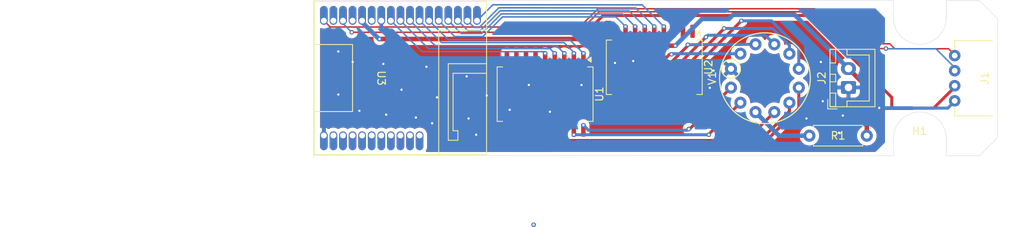
<source format=kicad_pcb>
(kicad_pcb (version 20240108) (generator "pcbnew") (generator_version "8.0")
  (layers (0 "F.Cu" signal) (31 "B.Cu" signal) (34 "B.Paste" user) (35 "F.Paste" user) (36 "B.SilkS" user "B.Silkscreen") (37 "F.SilkS" user "F.Silkscreen") (38 "B.Mask" user) (39 "F.Mask" user) (44 "Edge.Cuts" user))
  (net 0 "")
  (net 1 "Net-(J1-Pin_4)")
  (net 2 "GND")
  (net 3 "+5V")
  (net 4 "Net-(J1-Pin_3)")
  (net 5 "+12V")
  (net 6 "Net-(R1-Pad2)")
  (net 9 "Net-(U1-IN2)")
  (net 10 "Net-(U1-OUT4)")
  (net 11 "Net-(U1-OUT1)")
  (net 13 "Net-(U1-IN1)")
  (net 14 "Net-(U1-OUT2)")
  (net 15 "Net-(U1-IN4)")
  (net 16 "Net-(U1-IN5)")
  (net 17 "Net-(U1-OUT3)")
  (net 18 "Net-(U1-OUT5)")
  (net 22 "Net-(U1-IN3)")
  (net 23 "Net-(U2-OUT7)")
  (net 25 "Net-(U2-IN6)")
  (net 26 "Net-(U2-OUT5)")
  (net 29 "Net-(U2-OUT8)")
  (net 30 "Net-(U2-IN4)")
  (net 32 "Net-(U2-IN5)")
  (net 33 "Net-(U2-OUT6)")
  (net 34 "Net-(U2-OUT4)")
  (net 35 "Net-(U2-IN7)")
  (net 37 "Net-(U2-IN8)")
  (footprint "Connector_JST:JST_XH_B2B-XH-A_1x02_P2.50mm_Vertical" (layer "F.Cu") (at 152.637 96.85 90)
    (property "Reference" "J2" (at 1.25 -3.55 90) (layer "F.SilkS"))
    (property "Value" "Conn_01x02")
    (fp_line (start -1.6 -2.75) (end -2.85 -2.75) (stroke (width 0.12)) (layer "F.SilkS"))
    (fp_line (start -2.85 -2.75) (end -2.85 -1.5) (stroke (width 0.12)) (layer "F.SilkS"))
    (fp_line (start 5.06 -2.46) (end -2.56 -2.46) (stroke (width 0.12)) (layer "F.SilkS"))
    (fp_line (start -2.56 -2.46) (end -2.56 3.51) (stroke (width 0.12)) (layer "F.SilkS"))
    (fp_line (start 5.05 -2.45) (end 3.25 -2.45) (stroke (width 0.12)) (layer "F.SilkS"))
    (fp_line (start 3.25 -2.45) (end 3.25 -1.7) (stroke (width 0.12)) (layer "F.SilkS"))
    (fp_line (start 1.75 -2.45) (end 0.75 -2.45) (stroke (width 0.12)) (layer "F.SilkS"))
    (fp_line (start 0.75 -2.45) (end 0.75 -1.7) (stroke (width 0.12)) (layer "F.SilkS"))
    (fp_line (start -0.75 -2.45) (end -2.55 -2.45) (stroke (width 0.12)) (layer "F.SilkS"))
    (fp_line (start -2.55 -2.45) (end -2.55 -1.7) (stroke (width 0.12)) (layer "F.SilkS"))
    (fp_line (start 5.05 -1.7) (end 5.05 -2.45) (stroke (width 0.12)) (layer "F.SilkS"))
    (fp_line (start 3.25 -1.7) (end 5.05 -1.7) (stroke (width 0.12)) (layer "F.SilkS"))
    (fp_line (start 1.75 -1.7) (end 1.75 -2.45) (stroke (width 0.12)) (layer "F.SilkS"))
    (fp_line (start 0.75 -1.7) (end 1.75 -1.7) (stroke (width 0.12)) (layer "F.SilkS"))
    (fp_line (start -0.75 -1.7) (end -0.75 -2.45) (stroke (width 0.12)) (layer "F.SilkS"))
    (fp_line (start -2.55 -1.7) (end -0.75 -1.7) (stroke (width 0.12)) (layer "F.SilkS"))
    (fp_line (start 5.05 -0.2) (end 4.3 -0.2) (stroke (width 0.12)) (layer "F.SilkS"))
    (fp_line (start 4.3 -0.2) (end 4.3 2.75) (stroke (width 0.12)) (layer "F.SilkS"))
    (fp_line (start -1.8 -0.2) (end -1.8 2.75) (stroke (width 0.12)) (layer "F.SilkS"))
    (fp_line (start -2.55 -0.2) (end -1.8 -0.2) (stroke (width 0.12)) (layer "F.SilkS"))
    (fp_line (start 4.3 2.75) (end 1.25 2.75) (stroke (width 0.12)) (layer "F.SilkS"))
    (fp_line (start -1.8 2.75) (end 1.25 2.75) (stroke (width 0.12)) (layer "F.SilkS"))
    (fp_line (start 5.06 3.51) (end 5.06 -2.46) (stroke (width 0.12)) (layer "F.SilkS"))
    (fp_line (start -2.56 3.51) (end 5.06 3.51) (stroke (width 0.12)) (layer "F.SilkS"))
    (pad "1" thru_hole roundrect (at 0 0 90) (size 1.7 2) (drill 1) (layers "*.Cu" "*.Mask") (roundrect_rratio 0.147059) (net 2 "GND"))
    (pad "2" thru_hole oval (at 2.5 0 90) (size 1.7 2) (drill 1) (layers "*.Cu" "*.Mask") (net 5 "+12V"))
  )
  (footprint "footprints:HY2.0-4P" (layer "F.Cu") (at 171.725 95.625 90)
    (property "Reference" "J1" (at 0 -1 90) (layer "F.SilkS"))
    (property "Value" "Grove I2C")
    (fp_line (start 5 -5) (end 4 -5) (stroke (width 0.12)) (layer "F.SilkS"))
    (fp_line (start 5 -5) (end 5 0) (stroke (width 0.12)) (layer "F.SilkS"))
    (fp_line (start 4 -5) (end 5 -5) (stroke (width 0.12)) (layer "F.SilkS"))
    (fp_line (start -4 -5) (end -5 -5) (stroke (width 0.12)) (layer "F.SilkS"))
    (fp_line (start -5 -5) (end -5 0) (stroke (width 0.12)) (layer "F.SilkS"))
    (pad "1" thru_hole circle (at -3 -5 90) (size 1.524 1.524) (drill 0.762) (layers "*.Cu" "*.Mask") (net 2 "GND"))
    (pad "2" thru_hole circle (at -1 -5 90) (size 1.524 1.524) (drill 0.762) (layers "*.Cu" "*.Mask") (net 3 "+5V"))
    (pad "3" thru_hole circle (at 1 -5 90) (size 1.524 1.524) (drill 0.762) (layers "*.Cu" "*.Mask") (net 4 "Net-(J1-Pin_3)"))
    (pad "4" thru_hole circle (at 3 -5 90) (size 1.524 1.524) (drill 0.762) (layers "*.Cu" "*.Mask") (net 1 "Net-(J1-Pin_4)"))
  )
  (footprint "Package_SO:SOP-18_7x12.5mm_P1.27mm" (layer "F.Cu") (at 126.873 94.175 -90)
    (property "Reference" "U2" (at 0 -7.2 90) (layer "F.SilkS"))
    (property "Value" "TD62783")
    (fp_line (start -3.61 6.36) (end -3.61 5.64) (stroke (width 0.12)) (layer "F.SilkS"))
    (fp_line (start 0 6.36) (end -3.61 6.36) (stroke (width 0.12)) (layer "F.SilkS"))
    (fp_line (start 0 6.36) (end 3.61 6.36) (stroke (width 0.12)) (layer "F.SilkS"))
    (fp_line (start 3.61 6.36) (end 3.61 5.64) (stroke (width 0.12)) (layer "F.SilkS"))
    (fp_line (start -3.61 -6.36) (end -3.61 -5.64) (stroke (width 0.12)) (layer "F.SilkS"))
    (fp_line (start 0 -6.36) (end -3.61 -6.36) (stroke (width 0.12)) (layer "F.SilkS"))
    (fp_line (start 0 -6.36) (end 3.61 -6.36) (stroke (width 0.12)) (layer "F.SilkS"))
    (fp_line (start 3.61 -6.36) (end 3.61 -5.64) (stroke (width 0.12)) (layer "F.SilkS"))
    (fp_poly (pts (xy -4.575 -5.64) (xy -4.915 -6.11) (xy -4.235 -6.11) (xy -4.575 -5.64)) (stroke (width 0.12)) (fill solid) (layer "F.SilkS"))
    (pad "1" smd roundrect (at -4.775 -5.08 270) (size 1.75 0.6) (layers "F.Cu" "F.Paste" "F.Mask"))
    (pad "2" smd roundrect (at -4.775 -3.81 270) (size 1.75 0.6) (layers "F.Cu" "F.Paste" "F.Mask"))
    (pad "3" smd roundrect (at -4.775 -2.54 270) (size 1.75 0.6) (layers "F.Cu" "F.Paste" "F.Mask"))
    (pad "4" smd roundrect (at -4.775 -1.27 270) (size 1.75 0.6) (layers "F.Cu" "F.Paste" "F.Mask") (net 30 "Net-(U2-IN4)"))
    (pad "5" smd roundrect (at -4.775 0 270) (size 1.75 0.6) (layers "F.Cu" "F.Paste" "F.Mask") (net 32 "Net-(U2-IN5)"))
    (pad "6" smd roundrect (at -4.775 1.27 270) (size 1.75 0.6) (layers "F.Cu" "F.Paste" "F.Mask") (net 25 "Net-(U2-IN6)"))
    (pad "7" smd roundrect (at -4.775 2.54 270) (size 1.75 0.6) (layers "F.Cu" "F.Paste" "F.Mask") (net 35 "Net-(U2-IN7)"))
    (pad "8" smd roundrect (at -4.775 3.81 270) (size 1.75 0.6) (layers "F.Cu" "F.Paste" "F.Mask") (net 37 "Net-(U2-IN8)"))
    (pad "9" smd roundrect (at -4.775 5.08 270) (size 1.75 0.6) (layers "F.Cu" "F.Paste" "F.Mask") (net 5 "+12V"))
    (pad "10" smd roundrect (at 4.775 5.08 270) (size 1.75 0.6) (layers "F.Cu" "F.Paste" "F.Mask") (net 2 "GND"))
    (pad "11" smd roundrect (at 4.775 3.81 270) (size 1.75 0.6) (layers "F.Cu" "F.Paste" "F.Mask") (net 29 "Net-(U2-OUT8)"))
    (pad "12" smd roundrect (at 4.775 2.54 270) (size 1.75 0.6) (layers "F.Cu" "F.Paste" "F.Mask") (net 23 "Net-(U2-OUT7)"))
    (pad "13" smd roundrect (at 4.775 1.27 270) (size 1.75 0.6) (layers "F.Cu" "F.Paste" "F.Mask") (net 33 "Net-(U2-OUT6)"))
    (pad "14" smd roundrect (at 4.775 0 270) (size 1.75 0.6) (layers "F.Cu" "F.Paste" "F.Mask") (net 26 "Net-(U2-OUT5)"))
    (pad "15" smd roundrect (at 4.775 -1.27 270) (size 1.75 0.6) (layers "F.Cu" "F.Paste" "F.Mask") (net 34 "Net-(U2-OUT4)"))
    (pad "16" smd roundrect (at 4.775 -2.54 270) (size 1.75 0.6) (layers "F.Cu" "F.Paste" "F.Mask"))
    (pad "17" smd roundrect (at 4.775 -3.81 270) (size 1.75 0.6) (layers "F.Cu" "F.Paste" "F.Mask"))
    (pad "18" smd roundrect (at 4.775 -5.08 270) (size 1.75 0.6) (layers "F.Cu" "F.Paste" "F.Mask"))
  )
  (footprint "footprints:unit_mounting_hole" (layer "F.Cu") (at 162.052 103.131)
    (property "Reference" "H1" (at 0 -0.5 0) (layer "F.SilkS"))
    (property "Value" "M5Unit Screw Hole")
    (pad "" np_thru_hole circle (at 0 -7.5) (size 5.5 5.5) (drill 5.5) (layers "F&B.Cu" "*.Mask"))
  )
  (footprint "Package_SO:SOP-18_7x12.5mm_P1.27mm" (layer "F.Cu") (at 112.395 97.739 -90)
    (property "Reference" "U1" (at 0 -7.2 90) (layer "F.SilkS"))
    (property "Value" "TD62783")
    (fp_line (start -3.61 6.36) (end -3.61 5.64) (stroke (width 0.12)) (layer "F.SilkS"))
    (fp_line (start 0 6.36) (end -3.61 6.36) (stroke (width 0.12)) (layer "F.SilkS"))
    (fp_line (start 0 6.36) (end 3.61 6.36) (stroke (width 0.12)) (layer "F.SilkS"))
    (fp_line (start 3.61 6.36) (end 3.61 5.64) (stroke (width 0.12)) (layer "F.SilkS"))
    (fp_line (start -3.61 -6.36) (end -3.61 -5.64) (stroke (width 0.12)) (layer "F.SilkS"))
    (fp_line (start 0 -6.36) (end -3.61 -6.36) (stroke (width 0.12)) (layer "F.SilkS"))
    (fp_line (start 0 -6.36) (end 3.61 -6.36) (stroke (width 0.12)) (layer "F.SilkS"))
    (fp_line (start 3.61 -6.36) (end 3.61 -5.64) (stroke (width 0.12)) (layer "F.SilkS"))
    (fp_poly (pts (xy -4.575 -5.64) (xy -4.915 -6.11) (xy -4.235 -6.11) (xy -4.575 -5.64)) (stroke (width 0.12)) (fill solid) (layer "F.SilkS"))
    (pad "1" smd roundrect (at -4.775 -5.08 270) (size 1.75 0.6) (layers "F.Cu" "F.Paste" "F.Mask") (net 13 "Net-(U1-IN1)"))
    (pad "2" smd roundrect (at -4.775 -3.81 270) (size 1.75 0.6) (layers "F.Cu" "F.Paste" "F.Mask") (net 9 "Net-(U1-IN2)"))
    (pad "3" smd roundrect (at -4.775 -2.54 270) (size 1.75 0.6) (layers "F.Cu" "F.Paste" "F.Mask") (net 22 "Net-(U1-IN3)"))
    (pad "4" smd roundrect (at -4.775 -1.27 270) (size 1.75 0.6) (layers "F.Cu" "F.Paste" "F.Mask") (net 15 "Net-(U1-IN4)"))
    (pad "5" smd roundrect (at -4.775 0 270) (size 1.75 0.6) (layers "F.Cu" "F.Paste" "F.Mask") (net 16 "Net-(U1-IN5)"))
    (pad "6" smd roundrect (at -4.775 1.27 270) (size 1.75 0.6) (layers "F.Cu" "F.Paste" "F.Mask"))
    (pad "7" smd roundrect (at -4.775 2.54 270) (size 1.75 0.6) (layers "F.Cu" "F.Paste" "F.Mask"))
    (pad "8" smd roundrect (at -4.775 3.81 270) (size 1.75 0.6) (layers "F.Cu" "F.Paste" "F.Mask"))
    (pad "9" smd roundrect (at -4.775 5.08 270) (size 1.75 0.6) (layers "F.Cu" "F.Paste" "F.Mask") (net 5 "+12V"))
    (pad "10" smd roundrect (at 4.775 5.08 270) (size 1.75 0.6) (layers "F.Cu" "F.Paste" "F.Mask") (net 2 "GND"))
    (pad "11" smd roundrect (at 4.775 3.81 270) (size 1.75 0.6) (layers "F.Cu" "F.Paste" "F.Mask"))
    (pad "12" smd roundrect (at 4.775 2.54 270) (size 1.75 0.6) (layers "F.Cu" "F.Paste" "F.Mask"))
    (pad "13" smd roundrect (at 4.775 1.27 270) (size 1.75 0.6) (layers "F.Cu" "F.Paste" "F.Mask"))
    (pad "14" smd roundrect (at 4.775 0 270) (size 1.75 0.6) (layers "F.Cu" "F.Paste" "F.Mask") (net 18 "Net-(U1-OUT5)"))
    (pad "15" smd roundrect (at 4.775 -1.27 270) (size 1.75 0.6) (layers "F.Cu" "F.Paste" "F.Mask") (net 10 "Net-(U1-OUT4)"))
    (pad "16" smd roundrect (at 4.775 -2.54 270) (size 1.75 0.6) (layers "F.Cu" "F.Paste" "F.Mask") (net 17 "Net-(U1-OUT3)"))
    (pad "17" smd roundrect (at 4.775 -3.81 270) (size 1.75 0.6) (layers "F.Cu" "F.Paste" "F.Mask") (net 14 "Net-(U1-OUT2)"))
    (pad "18" smd roundrect (at 4.775 -5.08 270) (size 1.75 0.6) (layers "F.Cu" "F.Paste" "F.Mask") (net 11 "Net-(U1-OUT1)"))
  )
  (footprint "footprints:M5StampS3" (layer "F.Cu") (at 80.5 95.605 -90)
    (property "Reference" "U3" (at 0 -10.16 -90) (layer "F.SilkS"))
    (property "Value" "~")
    (fp_line (start -10.16 -1.27) (end -4.445 -1.27) (stroke (width 0.12)) (layer "F.SilkS"))
    (fp_line (start 4.445 -1.27) (end 10.16 -1.27) (stroke (width 0.12)) (layer "F.SilkS"))
    (fp_line (start 10.16 -1.27) (end 10.16 -24.13) (stroke (width 0.12)) (layer "F.SilkS"))
    (fp_line (start -6.35 -17.78) (end 10.16 -17.78) (stroke (width 0.12)) (layer "F.SilkS"))
    (fp_line (start -1.905 -19.05) (end 8.255 -19.05) (stroke (width 0.12)) (layer "F.SilkS"))
    (fp_line (start 8.255 -19.05) (end 8.255 -20.32) (stroke (width 0.12)) (layer "F.SilkS"))
    (fp_line (start -0.635 -19.685) (end -0.635 -24.13) (stroke (width 0.12)) (layer "F.SilkS"))
    (fp_line (start 6.985 -19.685) (end -0.635 -19.685) (stroke (width 0.12)) (layer "F.SilkS"))
    (fp_line (start 6.985 -20.32) (end 6.985 -19.685) (stroke (width 0.12)) (layer "F.SilkS"))
    (fp_line (start 8.255 -20.32) (end 6.985 -20.32) (stroke (width 0.12)) (layer "F.SilkS"))
    (fp_line (start -10.16 -24.13) (end -10.16 -1.27) (stroke (width 0.12)) (layer "F.SilkS"))
    (fp_line (start -6.35 -24.13) (end -6.35 -17.78) (stroke (width 0.12)) (layer "F.SilkS"))
    (fp_line (start -1.905 -24.13) (end -1.905 -19.05) (stroke (width 0.12)) (layer "F.SilkS"))
    (fp_line (start 10.16 -24.13) (end -10.16 -24.13) (stroke (width 0.12)) (layer "F.SilkS"))
    (fp_rect (start -4.445 -6.35) (end 4.445 -1.275) (stroke (width 0.12)) (fill none) (layer "F.SilkS"))
    (pad "1" thru_hole roundrect (at -7.62 -22.86 270) (size 2.5 1.016) (drill 0.762 (offset -0.7 0)) (layers "*.Cu" "*.Mask") (roundrect_rratio 0.4921259843) (net 30 "Net-(U2-IN4)"))
    (pad "2" thru_hole roundrect (at -7.62 -21.59 270) (size 2.5 1.016) (drill 0.762 (offset -0.7 0)) (layers "*.Cu" "*.Mask") (roundrect_rratio 0.4921259843) (net 32 "Net-(U2-IN5)"))
    (pad "3" thru_hole roundrect (at -7.62 -20.32 270) (size 2.5 1.016) (drill 0.762 (offset -0.7 0)) (layers "*.Cu" "*.Mask") (roundrect_rratio 0.4921259843) (net 25 "Net-(U2-IN6)"))
    (pad "4" thru_hole roundrect (at -7.62 -19.05 270) (size 2.5 1.016) (drill 0.762 (offset -0.7 0)) (layers "*.Cu" "*.Mask") (roundrect_rratio 0.4921259843) (net 35 "Net-(U2-IN7)"))
    (pad "5" thru_hole roundrect (at -7.62 -17.78 270) (size 2.5 1.016) (drill 0.762 (offset -0.7 0)) (layers "*.Cu" "*.Mask") (roundrect_rratio 0.4921259843) (net 37 "Net-(U2-IN8)"))
    (pad "6" thru_hole roundrect (at -7.62 -16.51 270) (size 2.5 1.016) (drill 0.762 (offset -0.7 0)) (layers "*.Cu" "*.Mask") (roundrect_rratio 0.4921259843) (net 13 "Net-(U1-IN1)"))
    (pad "7" thru_hole roundrect (at -7.62 -15.24 270) (size 2.5 1.016) (drill 0.762 (offset -0.7 0)) (layers "*.Cu" "*.Mask") (roundrect_rratio 0.4921259843) (net 9 "Net-(U1-IN2)"))
    (pad "8" thru_hole roundrect (at -7.62 -13.97 270) (size 2.5 1.016) (drill 0.762 (offset -0.7 0)) (layers "*.Cu" "*.Mask") (roundrect_rratio 0.4921259843) (net 22 "Net-(U1-IN3)"))
    (pad "9" thru_hole roundrect (at -7.62 -12.7 270) (size 2.5 1.016) (drill 0.762 (offset -0.7 0)) (layers "*.Cu" "*.Mask") (roundrect_rratio 0.4921259843) (net 15 "Net-(U1-IN4)"))
    (pad "10" thru_hole roundrect (at -7.62 -11.43 270) (size 2.5 1.016) (drill 0.762 (offset -0.7 0)) (layers "*.Cu" "*.Mask") (roundrect_rratio 0.4921259843) (net 16 "Net-(U1-IN5)"))
    (pad "11" thru_hole roundrect (at -7.62 -10.16 270) (size 2.5 1.016) (drill 0.762 (offset -0.7 0)) (layers "*.Cu" "*.Mask") (roundrect_rratio 0.4921259843) (net 2 "GND"))
    (pad "12" thru_hole roundrect (at -7.62 -8.89 270) (size 2.5 1.016) (drill 0.762 (offset -0.7 0)) (layers "*.Cu" "*.Mask") (roundrect_rratio 0.4921259843))
    (pad "13" thru_hole roundrect (at -7.62 -7.62 270) (size 2.5 1.016) (drill 0.762 (offset -0.7 0)) (layers "*.Cu" "*.Mask") (roundrect_rratio 0.4921259843) (net 3 "+5V"))
    (pad "14" thru_hole roundrect (at -7.62 -6.35 270) (size 2.5 1.016) (drill 0.762 (offset -0.7 0)) (layers "*.Cu" "*.Mask") (roundrect_rratio 0.4921259843))
    (pad "15" thru_hole roundrect (at -7.62 -5.08 270) (size 2.5 1.016) (drill 0.762 (offset -0.7 0)) (layers "*.Cu" "*.Mask") (roundrect_rratio 0.4921259843) (net 4 "Net-(J1-Pin_3)"))
    (pad "16" thru_hole roundrect (at -7.62 -3.81 270) (size 2.5 1.016) (drill 0.762 (offset -0.7 0)) (layers "*.Cu" "*.Mask") (roundrect_rratio 0.4921259843))
    (pad "17" thru_hole roundrect (at -7.62 -2.54 270) (size 2.5 1.016) (drill 0.762 (offset -0.7 0)) (layers "*.Cu" "*.Mask") (roundrect_rratio 0.4921259843) (net 1 "Net-(J1-Pin_4)"))
    (pad "18" thru_hole roundrect (at 7.62 -2.54 90) (size 2.5 1.016) (drill 0.762 (offset -0.7 0)) (layers "*.Cu" "*.Mask") (roundrect_rratio 0.4921259843) (net 2 "GND"))
    (pad "19" thru_hole roundrect (at 7.62 -3.81 90) (size 2.5 1.016) (drill 0.762 (offset -0.7 0)) (layers "*.Cu" "*.Mask") (roundrect_rratio 0.4921259843))
    (pad "20" thru_hole roundrect (at 7.62 -5.08 90) (size 2.5 1.016) (drill 0.762 (offset -0.7 0)) (layers "*.Cu" "*.Mask") (roundrect_rratio 0.4921259843))
    (pad "21" thru_hole roundrect (at 7.62 -6.35 90) (size 2.5 1.016) (drill 0.762 (offset -0.7 0)) (layers "*.Cu" "*.Mask") (roundrect_rratio 0.4921259843))
    (pad "22" thru_hole roundrect (at 7.62 -7.62 90) (size 2.5 1.016) (drill 0.762 (offset -0.7 0)) (layers "*.Cu" "*.Mask") (roundrect_rratio 0.4921259843))
    (pad "23" thru_hole roundrect (at 7.62 -8.89 90) (size 2.5 1.016) (drill 0.762 (offset -0.7 0)) (layers "*.Cu" "*.Mask") (roundrect_rratio 0.4921259843))
    (pad "24" thru_hole roundrect (at 7.62 -10.16 90) (size 2.5 1.016) (drill 0.762 (offset -0.7 0)) (layers "*.Cu" "*.Mask") (roundrect_rratio 0.4921259843))
    (pad "25" thru_hole roundrect (at 7.62 -11.43 90) (size 2.5 1.016) (drill 0.762 (offset -0.7 0)) (layers "*.Cu" "*.Mask") (roundrect_rratio 0.4921259843))
    (pad "26" thru_hole roundrect (at 7.62 -12.7 90) (size 2.5 1.016) (drill 0.762 (offset -0.7 0)) (layers "*.Cu" "*.Mask") (roundrect_rratio 0.4921259843))
    (pad "27" thru_hole roundrect (at 7.62 -13.97 90) (size 2.5 1.016) (drill 0.762 (offset -0.7 0)) (layers "*.Cu" "*.Mask") (roundrect_rratio 0.4921259843))
    (pad "28" thru_hole roundrect (at 7.62 -15.24 90) (size 2.5 1.016) (drill 0.762 (offset -0.7 0)) (layers "*.Cu" "*.Mask") (roundrect_rratio 0.4921259843))
  )
  (footprint "footprints:LD8035E" (layer "F.Cu") (at 141.55 95.625 -90)
    (property "Reference" "V1" (at 0 7 90) (layer "F.SilkS"))
    (property "Value" "ld8035e")
    (fp_circle (center -1.25 4.5) (end -1.25 5.75) (stroke (width 0.15)) (fill none) (layer "F.SilkS"))
    (fp_circle (center 0 0) (end 6 0.5) (stroke (width 0.15)) (fill none) (layer "F.SilkS"))
    (pad "1" thru_hole circle (at 1.25 4.5 270) (size 1.6 1.6) (drill 0.8) (layers "*.Cu" "*.Mask") (net 11 "Net-(U1-OUT1)"))
    (pad "2" thru_hole circle (at 3.25 3.25 270) (size 1.6 1.6) (drill 0.8) (layers "*.Cu" "*.Mask") (net 14 "Net-(U1-OUT2)"))
    (pad "3" thru_hole circle (at 4.5 1.25 270) (size 1.6 1.6) (drill 0.8) (layers "*.Cu" "*.Mask") (net 6 "Net-(R1-Pad2)"))
    (pad "4" thru_hole circle (at 4.5 -1.25 270) (size 1.6 1.6) (drill 0.8) (layers "*.Cu" "*.Mask") (net 17 "Net-(U1-OUT3)"))
    (pad "5" thru_hole circle (at 3.25 -3.25 270) (size 1.6 1.6) (drill 0.8) (layers "*.Cu" "*.Mask") (net 10 "Net-(U1-OUT4)"))
    (pad "6" thru_hole circle (at 1.25 -4.5 270) (size 1.6 1.6) (drill 0.8) (layers "*.Cu" "*.Mask") (net 18 "Net-(U1-OUT5)"))
    (pad "7" thru_hole circle (at -1.25 -4.5 270) (size 1.6 1.6) (drill 0.8) (layers "*.Cu" "*.Mask") (net 34 "Net-(U2-OUT4)"))
    (pad "8" thru_hole circle (at -3.25 -3.25 270) (size 1.6 1.6) (drill 0.8) (layers "*.Cu" "*.Mask") (net 26 "Net-(U2-OUT5)"))
    (pad "9" thru_hole circle (at -4.5 -1.25 270) (size 1.6 1.6) (drill 0.8) (layers "*.Cu" "*.Mask") (net 33 "Net-(U2-OUT6)"))
    (pad "10" thru_hole circle (at -4.5 1.25 270) (size 1.6 1.6) (drill 0.8) (layers "*.Cu" "*.Mask") (net 23 "Net-(U2-OUT7)"))
    (pad "11" thru_hole circle (at -3.25 3.25 270) (size 1.6 1.6) (drill 0.8) (layers "*.Cu" "*.Mask") (net 29 "Net-(U2-OUT8)"))
    (pad "12" thru_hole circle (at -1.25 4.5 270) (size 1.6 1.6) (drill 0.8) (layers "*.Cu" "*.Mask") (net 2 "GND"))
  )
  (footprint "Resistor_THT:R_Axial_DIN0207_L6.3mm_D2.5mm_P7.62mm_Horizontal" (layer "F.Cu") (at 155.067 103.251 180)
    (property "Reference" "R1" (at 3.81 0 360) (layer "F.SilkS"))
    (property "Value" "620")
    (fp_line (start 7.08 1.37) (end 7.08 1.04) (stroke (width 0.12)) (layer "F.SilkS"))
    (fp_line (start 7.08 -1.37) (end 7.08 -1.04) (stroke (width 0.12)) (layer "F.SilkS"))
    (fp_line (start 0.54 1.37) (end 7.08 1.37) (stroke (width 0.12)) (layer "F.SilkS"))
    (fp_line (start 0.54 1.04) (end 0.54 1.37) (stroke (width 0.12)) (layer "F.SilkS"))
    (fp_line (start 0.54 -1.04) (end 0.54 -1.37) (stroke (width 0.12)) (layer "F.SilkS"))
    (fp_line (start 0.54 -1.37) (end 7.08 -1.37) (stroke (width 0.12)) (layer "F.SilkS"))
    (pad "1" thru_hole circle (at 0 0 180) (size 1.6 1.6) (drill 0.8) (layers "*.Cu" "*.Mask") (net 5 "+12V"))
    (pad "2" thru_hole oval (at 7.62 0 180) (size 1.6 1.6) (drill 0.8) (layers "*.Cu" "*.Mask") (net 6 "Net-(R1-Pad2)"))
  )
  (gr_line (start 172.4028 87.7114) (end 170.0028 85.3114) (stroke (width 0.05)) (layer "Edge.Cuts"))
  (gr_line (start 170.0028 85.3114) (end 165.6028 85.3114) (stroke (width 0.05)) (layer "Edge.Cuts"))
  (gr_line (start 165.6028 105.9114) (end 165.6028 103.6114) (stroke (width 0.05)) (layer "Edge.Cuts"))
  (gr_arc (start 165.6028 87.6114) (mid 162.1028 91.1114) (end 158.6028 87.6114) (stroke (width 0.05)) (layer "Edge.Cuts"))
  (gr_line (start 158.6028 87.6114) (end 158.6028 85.3114) (stroke (width 0.05)) (layer "Edge.Cuts"))
  (gr_arc (start 158.6028 103.6114) (mid 162.1028 100.1114) (end 165.6028 103.6114) (stroke (width 0.05)) (layer "Edge.Cuts"))
  (gr_line (start 158.6028 85.3114) (end 81.675 85.275) (stroke (width 0.05)) (layer "Edge.Cuts"))
  (gr_line (start 165.6028 85.3114) (end 165.6028 87.6114) (stroke (width 0.05)) (layer "Edge.Cuts"))
  (gr_line (start 158.6028 103.6114) (end 158.6028 105.9114) (stroke (width 0.05)) (layer "Edge.Cuts"))
  (gr_line (start 81.675 85.275) (end 81.675 105.875) (stroke (width 0.05)) (layer "Edge.Cuts"))
  (gr_line (start 172.4028 87.7114) (end 172.4028 103.5114) (stroke (width 0.05)) (layer "Edge.Cuts"))
  (gr_line (start 170.0028 105.9114) (end 165.6028 105.9114) (stroke (width 0.05)) (layer "Edge.Cuts"))
  (gr_line (start 158.6028 105.9114) (end 81.675 105.875) (stroke (width 0.05)) (layer "Edge.Cuts"))
  (gr_line (start 172.4028 103.5114) (end 170.0028 105.9114) (stroke (width 0.05)) (layer "Edge.Cuts"))
  (via (at 110.871 115.062) (size 0.6) (drill 0.3) (layers "F.Cu" "B.Cu") (net 0))
  (segment (start 158.115 91.059) (end 152.781 91.059) (width 0.2) (layer "F.Cu") (net 1))
  (segment (start 83.89 88.835) (end 83.04 87.985) (width 0.2) (layer "F.Cu") (net 1))
  (segment (start 166.8028 92.6114) (end 165.9108 91.7194) (width 0.2) (layer "F.Cu") (net 1))
  (segment (start 116.974314 88.835) (end 83.89 88.835) (width 0.2) (layer "F.Cu") (net 1))
  (segment (start 152.781 91.059) (end 148.133 86.411) (width 0.2) (layer "F.Cu") (net 1))
  (segment (start 158.7754 91.7194) (end 158.115 91.059) (width 0.2) (layer "F.Cu") (net 1))
  (segment (start 165.9108 91.7194) (end 158.7754 91.7194) (width 0.2) (layer "F.Cu") (net 1))
  (segment (start 148.133 86.411) (end 119.398314 86.411) (width 0.2) (layer "F.Cu") (net 1))
  (segment (start 119.398314 86.411) (end 116.974314 88.835) (width 0.2) (layer "F.Cu") (net 1))
  (via (at 91.313 100.457) (size 0.6) (drill 0.3) (layers "F.Cu" "B.Cu") (net 2))
  (via (at 121.666 93.599) (size 0.6) (drill 0.3) (layers "F.Cu" "B.Cu") (net 2))
  (via (at 124.079 93.345) (size 0.6) (drill 0.3) (layers "F.Cu" "B.Cu") (net 2))
  (via (at 95.25 100.838) (size 0.6) (drill 0.3) (layers "F.Cu" "B.Cu") (net 2))
  (via (at 84.963 92.075) (size 0.6) (drill 0.3) (layers "F.Cu" "B.Cu") (net 2))
  (via (at 93.345 97.155) (size 0.6) (drill 0.3) (layers "F.Cu" "B.Cu") (net 2))
  (via (at 110.236 96.52) (size 0.6) (drill 0.3) (layers "F.Cu" "B.Cu") (net 2))
  (via (at 86.868 93.472) (size 0.6) (drill 0.3) (layers "F.Cu" "B.Cu") (net 2))
  (via (at 96.647 94.107) (size 0.6) (drill 0.3) (layers "F.Cu" "B.Cu") (net 2))
  (via (at 151.384 102.87) (size 0.6) (drill 0.3) (layers "F.Cu" "B.Cu") (net 2))
  (via (at 113.03 100.076) (size 0.6) (drill 0.3) (layers "F.Cu" "B.Cu") (net 2))
  (via (at 134.239 96.901) (size 0.6) (drill 0.3) (layers "F.Cu" "B.Cu") (net 2))
  (via (at 107.696 99.822) (size 0.6) (drill 0.3) (layers "F.Cu" "B.Cu") (net 2))
  (via (at 97.409 101.6) (size 0.6) (drill 0.3) (layers "F.Cu" "B.Cu") (net 2))
  (via (at 147.066 100.965) (size 0.6) (drill 0.3) (layers "F.Cu" "B.Cu") (net 2))
  (via (at 104.648 97.917) (size 0.6) (drill 0.3) (layers "F.Cu" "B.Cu") (net 2))
  (via (at 103.251 103.124) (size 0.6) (drill 0.3) (layers "F.Cu" "B.Cu") (net 2))
  (via (at 87.757 99.949) (size 0.6) (drill 0.3) (layers "F.Cu" "B.Cu") (net 2))
  (via (at 101.981 95.377) (size 0.6) (drill 0.3) (layers "F.Cu" "B.Cu") (net 2))
  (via (at 148.971 93.472) (size 0.6) (drill 0.3) (layers "F.Cu" "B.Cu") (net 2))
  (via (at 90.932 93.726) (size 0.6) (drill 0.3) (layers "F.Cu" "B.Cu") (net 2))
  (via (at 149.225 98.679) (size 0.6) (drill 0.3) (layers "F.Cu" "B.Cu") (net 2))
  (via (at 84.963 97.79) (size 0.6) (drill 0.3) (layers "F.Cu" "B.Cu") (net 2))
  (via (at 102.235 100.965) (size 0.6) (drill 0.3) (layers "F.Cu" "B.Cu") (net 2))
  (via (at 134.747 94.615) (size 0.6) (drill 0.3) (layers "F.Cu" "B.Cu") (net 2))
  (via (at 117.221 96.52) (size 0.6) (drill 0.3) (layers "F.Cu" "B.Cu") (net 2))
  (via (at 98.044 98.171) (size 0.6) (drill 0.3) (layers "F.Cu" "B.Cu") (net 2))
  (via (at 151.892 100.584) (size 0.6) (drill 0.3) (layers "F.Cu" "B.Cu") (net 2))
  (via (at 156.718 99.568) (size 0.6) (drill 0.3) (layers "F.Cu" "B.Cu") (net 2))
  (segment (start 161.0868 99.5934) (end 165.8208 99.5934) (width 0.4) (layer "B.Cu") (net 2))
  (segment (start 156.718 99.568) (end 156.7434 99.5934) (width 0.5) (layer "B.Cu") (net 2))
  (segment (start 156.7434 99.5934) (end 161.0868 99.5934) (width 0.5) (layer "B.Cu") (net 2))
  (segment (start 156.6926 99.5934) (end 156.718 99.568) (width 0.5) (layer "B.Cu") (net 2))
  (segment (start 165.8208 99.5934) (end 166.8028 98.6114) (width 0.4) (layer "B.Cu") (net 2))
  (segment (start 156.63871 99.5934) (end 156.6926 99.5934) (width 0.5) (layer "B.Cu") (net 2))
  (segment (start 163.9397 99.5934) (end 158.3748 99.5934) (width 0.4) (layer "F.Cu") (net 3))
  (segment (start 90.424 90.424) (end 116.967 90.424) (width 0.6) (layer "F.Cu") (net 3))
  (segment (start 158.3748 98.170033) (end 147.515767 87.311) (width 0.4) (layer "F.Cu") (net 3))
  (segment (start 116.967 90.424) (end 118.11 89.281) (width 0.6) (layer "F.Cu") (net 3))
  (segment (start 166.8028 96.6114) (end 166.8028 96.7303) (width 0.4) (layer "F.Cu") (net 3))
  (segment (start 147.515767 87.311) (end 120.08 87.311) (width 0.4) (layer "F.Cu") (net 3))
  (segment (start 166.8028 96.7303) (end 163.9397 99.5934) (width 0.4) (layer "F.Cu") (net 3))
  (segment (start 120.08 87.311) (end 118.11 89.281) (width 0.4) (layer "F.Cu") (net 3))
  (segment (start 158.3748 99.5934) (end 158.3748 98.170033) (width 0.4) (layer "F.Cu") (net 3))
  (via (at 90.424 90.424) (size 0.6) (drill 0.3) (layers "F.Cu" "B.Cu") (net 3))
  (segment (start 88.12 88.194484) (end 90.349516 90.424) (width 0.6) (layer "B.Cu") (net 3))
  (segment (start 90.349516 90.424) (end 90.424 90.424) (width 0.6) (layer "B.Cu") (net 3))
  (segment (start 88.12 87.985) (end 88.12 88.194484) (width 0.6) (layer "B.Cu") (net 3))
  (segment (start 152.781 91.694) (end 147.898 86.811) (width 0.2) (layer "F.Cu") (net 4))
  (segment (start 116.84 89.535) (end 86.741 89.535) (width 0.2) (layer "F.Cu") (net 4))
  (segment (start 116.84 89.535) (end 119.564 86.811) (width 0.2) (layer "F.Cu") (net 4))
  (segment (start 147.898 86.811) (end 119.564 86.811) (width 0.2) (layer "F.Cu") (net 4))
  (segment (start 157.607 91.694) (end 152.781 91.694) (width 0.2) (layer "F.Cu") (net 4))
  (via (at 157.607 91.694) (size 0.6) (drill 0.3) (layers "F.Cu" "B.Cu") (net 4))
  (via (at 86.741 89.535) (size 0.6) (drill 0.3) (layers "F.Cu" "B.Cu") (net 4))
  (segment (start 157.6324 91.7194) (end 157.607 91.694) (width 0.2) (layer "B.Cu") (net 4))
  (segment (start 157.5816 91.7194) (end 157.607 91.694) (width 0.2) (layer "B.Cu") (net 4))
  (segment (start 86.741 89.535) (end 85.58 88.374) (width 0.2) (layer "B.Cu") (net 4))
  (segment (start 166.5478 94.6084) (end 166.5478 94.0308) (width 0.2) (layer "B.Cu") (net 4))
  (segment (start 85.58 88.374) (end 85.58 87.985) (width 0.2) (layer "B.Cu") (net 4))
  (segment (start 166.5478 94.0308) (end 164.2364 91.7194) (width 0.2) (layer "B.Cu") (net 4))
  (segment (start 164.2364 91.7194) (end 157.6324 91.7194) (width 0.2) (layer "B.Cu") (net 4))
  (segment (start 121.793 90.444394) (end 117.898394 94.339) (width 0.6) (layer "F.Cu") (net 5))
  (segment (start 129.667 91.313) (end 123.177606 91.313) (width 0.6) (layer "F.Cu") (net 5))
  (segment (start 121.793 89.928394) (end 121.793 89.4) (width 0.6) (layer "F.Cu") (net 5))
  (segment (start 108.161606 94.339) (end 107.315 93.492394) (width 0.6) (layer "F.Cu") (net 5))
  (segment (start 123.177606 91.313) (end 121.793 89.928394) (width 0.6) (layer "F.Cu") (net 5))
  (segment (start 155.067 96.78) (end 152.637 94.35) (width 0.6) (layer "F.Cu") (net 5))
  (segment (start 117.898394 94.339) (end 108.161606 94.339) (width 0.6) (layer "F.Cu") (net 5))
  (segment (start 155.067 103.251) (end 155.067 96.78) (width 0.6) (layer "F.Cu") (net 5))
  (segment (start 107.315 93.492394) (end 107.315 92.964) (width 0.6) (layer "F.Cu") (net 5))
  (segment (start 121.793 89.4) (end 121.793 90.444394) (width 0.6) (layer "F.Cu") (net 5))
  (via (at 129.667 91.313) (size 0.6) (drill 0.3) (layers "F.Cu" "B.Cu") (net 5))
  (segment (start 133.223 87.757) (end 129.667 91.313) (width 0.6) (layer "B.Cu") (net 5))
  (segment (start 152.637 94.35) (end 145.498 87.211) (width 0.6) (layer "B.Cu") (net 5))
  (segment (start 137.033 87.503) (end 136.779 87.757) (width 0.6) (layer "B.Cu") (net 5))
  (segment (start 145.498 87.211) (end 137.325 87.211) (width 0.6) (layer "B.Cu") (net 5))
  (segment (start 136.779 87.757) (end 133.223 87.757) (width 0.6) (layer "B.Cu") (net 5))
  (segment (start 137.325 87.211) (end 137.033 87.503) (width 0.6) (layer "B.Cu") (net 5))
  (segment (start 147.447 103.251) (end 143.426 103.251) (width 0.6) (layer "B.Cu") (net 6))
  (segment (start 143.426 103.251) (end 140.3 100.125) (width 0.6) (layer "B.Cu") (net 6))
  (via (at 116.205 92.329) (size 0.6) (drill 0.3) (layers "F.Cu" "B.Cu") (net 9))
  (segment (start 116.078 92.202) (end 116.078 92.075) (width 0.2) (layer "B.Cu") (net 9))
  (segment (start 114.903 90.9) (end 98.655 90.9) (width 0.2) (layer "B.Cu") (net 9))
  (segment (start 98.655 90.9) (end 95.74 87.985) (width 0.2) (layer "B.Cu") (net 9))
  (segment (start 116.078 92.075) (end 114.903 90.9) (width 0.2) (layer "B.Cu") (net 9))
  (segment (start 116.205 92.329) (end 116.078 92.202) (width 0.2) (layer "B.Cu") (net 9))
  (segment (start 144.8 98.875) (end 144.8 100.00637) (width 0.4) (layer "F.Cu") (net 10))
  (segment (start 140.32037 104.486) (end 114.762001 104.486) (width 0.4) (layer "F.Cu") (net 10))
  (segment (start 144.8 100.00637) (end 140.32037 104.486) (width 0.4) (layer "F.Cu") (net 10))
  (segment (start 113.665 103.388999) (end 113.665 102.514) (width 0.4) (layer "F.Cu") (net 10))
  (segment (start 114.762001 104.486) (end 113.665 103.388999) (width 0.4) (layer "F.Cu") (net 10))
  (segment (start 131.445 102.48) (end 131.436 102.489) (width 0.4) (layer "F.Cu") (net 11))
  (segment (start 137.05 96.875) (end 131.563 102.362) (width 0.4) (layer "F.Cu") (net 11))
  (segment (start 131.563 102.362) (end 131.445 102.362) (width 0.4) (layer "F.Cu") (net 11))
  (segment (start 131.445 102.362) (end 131.445 102.48) (width 0.4) (layer "F.Cu") (net 11))
  (via (at 117.475 101.854) (size 0.6) (drill 0.3) (layers "F.Cu" "B.Cu") (net 11))
  (via (at 131.445 102.362) (size 0.6) (drill 0.3) (layers "F.Cu" "B.Cu") (net 11))
  (segment (start 118.145 102.524) (end 131.283 102.524) (width 0.4) (layer "B.Cu") (net 11))
  (segment (start 117.475 101.854) (end 118.145 102.524) (width 0.4) (layer "B.Cu") (net 11))
  (segment (start 131.283 102.524) (end 131.445 102.362) (width 0.4) (layer "B.Cu") (net 11))
  (via (at 117.475 92.329) (size 0.6) (drill 0.3) (layers "F.Cu" "B.Cu") (net 13))
  (segment (start 115.646 90.5) (end 99.525 90.5) (width 0.2) (layer "B.Cu") (net 13))
  (segment (start 99.525 90.5) (end 97.01 87.985) (width 0.2) (layer "B.Cu") (net 13))
  (segment (start 117.475 92.329) (end 115.646 90.5) (width 0.2) (layer "B.Cu") (net 13))
  (segment (start 138.3 98.875) (end 134.112 103.063) (width 0.4) (layer "F.Cu") (net 14))
  (segment (start 134.112 103.063) (end 134.112 103.124) (width 0.4) (layer "F.Cu") (net 14))
  (segment (start 134.051 103.124) (end 134.051 103.124) (width 0.4) (layer "F.Cu") (net 14))
  (segment (start 134.112 103.124) (end 134.051 103.124) (width 0.4) (layer "F.Cu") (net 14))
  (via (at 116.205 103.124) (size 0.6) (drill 0.3) (layers "F.Cu" "B.Cu") (net 14))
  (via (at 134.112 103.124) (size 0.6) (drill 0.3) (layers "F.Cu" "B.Cu") (net 14))
  (segment (start 134.112 103.124) (end 116.205 103.124) (width 0.4) (layer "B.Cu") (net 14))
  (via (at 113.665 92.329) (size 0.6) (drill 0.3) (layers "F.Cu" "B.Cu") (net 15))
  (segment (start 96.915 91.7) (end 93.2 87.985) (width 0.2) (layer "B.Cu") (net 15))
  (segment (start 113.036 91.7) (end 96.915 91.7) (width 0.2) (layer "B.Cu") (net 15))
  (segment (start 113.665 92.329) (end 113.036 91.7) (width 0.2) (layer "B.Cu") (net 15))
  (via (at 112.395 92.329) (size 0.6) (drill 0.3) (layers "F.Cu" "B.Cu") (net 16))
  (segment (start 112.166 92.1) (end 96.045 92.1) (width 0.2) (layer "B.Cu") (net 16))
  (segment (start 96.045 92.1) (end 91.93 87.985) (width 0.2) (layer "B.Cu") (net 16))
  (segment (start 112.395 92.329) (end 112.166 92.1) (width 0.2) (layer "B.Cu") (net 16))
  (segment (start 139.039 103.886) (end 142.8 100.125) (width 0.4) (layer "F.Cu") (net 17))
  (segment (start 115.432001 103.886) (end 139.039 103.886) (width 0.4) (layer "F.Cu") (net 17))
  (segment (start 114.935 102.514) (end 114.935 103.388999) (width 0.4) (layer "F.Cu") (net 17))
  (segment (start 114.935 103.388999) (end 115.432001 103.886) (width 0.4) (layer "F.Cu") (net 17))
  (segment (start 146.05 99.604898) (end 146.05 96.875) (width 0.4) (layer "F.Cu") (net 18))
  (segment (start 114.092001 105.086) (end 140.568898 105.086) (width 0.4) (layer "F.Cu") (net 18))
  (segment (start 112.395 102.514) (end 112.395 103.388999) (width 0.4) (layer "F.Cu") (net 18))
  (segment (start 112.395 103.388999) (end 114.092001 105.086) (width 0.4) (layer "F.Cu") (net 18))
  (segment (start 140.568898 105.086) (end 146.05 99.604898) (width 0.4) (layer "F.Cu") (net 18))
  (via (at 114.935 92.329) (size 0.6) (drill 0.3) (layers "F.Cu" "B.Cu") (net 22))
  (segment (start 114.935 92.329) (end 113.906 91.3) (width 0.2) (layer "B.Cu") (net 22))
  (segment (start 97.785 91.3) (end 94.47 87.985) (width 0.2) (layer "B.Cu") (net 22))
  (segment (start 113.906 91.3) (end 97.785 91.3) (width 0.2) (layer "B.Cu") (net 22))
  (segment (start 131.318 91.313) (end 131.318 91.186) (width 0.4) (layer "F.Cu") (net 23))
  (segment (start 124.333 98.298) (end 131.318 91.313) (width 0.4) (layer "F.Cu") (net 23))
  (via (at 131.318 91.186) (size 0.6) (drill 0.3) (layers "F.Cu" "B.Cu") (net 23))
  (segment (start 131.318 91.186) (end 140.3 91.125) (width 0.4) (layer "B.Cu") (net 23))
  (segment (start 131.379 91.125) (end 131.318 91.186) (width 0.4) (layer "B.Cu") (net 23))
  (via (at 125.603 88.773) (size 0.6) (drill 0.3) (layers "F.Cu" "B.Cu") (net 25))
  (segment (start 103.807328 89.3) (end 102.135 89.3) (width 0.2) (layer "B.Cu") (net 25))
  (segment (start 123.524802 86.694802) (end 106.983115 86.686975) (width 0.2) (layer "B.Cu") (net 25))
  (segment (start 125.603 88.773) (end 123.524802 86.694802) (width 0.2) (layer "B.Cu") (net 25))
  (segment (start 106.983115 86.686975) (end 106.932315 86.686951) (width 0.2) (layer "B.Cu") (net 25))
  (segment (start 106.932315 86.686951) (end 106.420377 86.686951) (width 0.2) (layer "B.Cu") (net 25))
  (segment (start 106.420377 86.686951) (end 103.807328 89.3) (width 0.2) (layer "B.Cu") (net 25))
  (segment (start 102.135 89.3) (end 100.82 87.985) (width 0.2) (layer "B.Cu") (net 25))
  (segment (start 126.873 98.298) (end 136.144 89.027) (width 0.4) (layer "F.Cu") (net 26))
  (via (at 136.144 89.027) (size 0.6) (drill 0.3) (layers "F.Cu" "B.Cu") (net 26))
  (segment (start 136.144 89.027) (end 142.58337 89.027) (width 0.4) (layer "B.Cu") (net 26))
  (segment (start 142.58337 89.027) (end 144.8 91.24363) (width 0.4) (layer "B.Cu") (net 26))
  (segment (start 144.8 91.24363) (end 144.8 92.375) (width 0.4) (layer "B.Cu") (net 26))
  (segment (start 123.063 98.298) (end 128.905 92.456) (width 0.4) (layer "F.Cu") (net 29))
  (segment (start 128.905 92.456) (end 129.159 92.456) (width 0.4) (layer "F.Cu") (net 29))
  (via (at 129.159 92.456) (size 0.6) (drill 0.3) (layers "F.Cu" "B.Cu") (net 29))
  (segment (start 129.24 92.375) (end 138.3 92.375) (width 0.4) (layer "B.Cu") (net 29))
  (segment (start 129.113 92.375) (end 129.159 92.456) (width 0.4) (layer "B.Cu") (net 29))
  (segment (start 129.159 92.456) (end 129.24 92.375) (width 0.4) (layer "B.Cu") (net 29))
  (via (at 128.143 88.773) (size 0.6) (drill 0.3) (layers "F.Cu" "B.Cu") (net 30))
  (segment (start 105.458709 85.886291) (end 105.53745 85.886291) (width 0.2) (layer "B.Cu") (net 30))
  (segment (start 105.53745 85.886291) (end 125.265626 85.895626) (width 0.2) (layer "B.Cu") (net 30))
  (segment (start 125.265626 85.895626) (end 128.143 88.773) (width 0.2) (layer "B.Cu") (net 30))
  (segment (start 103.36 87.985) (end 105.458709 85.886291) (width 0.2) (layer "B.Cu") (net 30))
  (via (at 126.873 88.773) (size 0.6) (drill 0.3) (layers "F.Cu" "B.Cu") (net 32))
  (segment (start 124.395214 86.295214) (end 107.148989 86.287053) (width 0.2) (layer "B.Cu") (net 32))
  (segment (start 106.933089 86.286951) (end 106.254691 86.286951) (width 0.2) (layer "B.Cu") (net 32))
  (segment (start 103.641642 88.9) (end 103.005 88.9) (width 0.2) (layer "B.Cu") (net 32))
  (segment (start 106.254691 86.286951) (end 103.641642 88.9) (width 0.2) (layer "B.Cu") (net 32))
  (segment (start 126.873 88.773) (end 124.395214 86.295214) (width 0.2) (layer "B.Cu") (net 32))
  (segment (start 107.148989 86.287053) (end 106.933089 86.286951) (width 0.2) (layer "B.Cu") (net 32))
  (segment (start 103.005 88.9) (end 102.09 87.985) (width 0.2) (layer "B.Cu") (net 32))
  (segment (start 125.603 98.298) (end 133.731 90.17) (width 0.4) (layer "F.Cu") (net 33))
  (via (at 133.731 90.17) (size 0.6) (drill 0.3) (layers "F.Cu" "B.Cu") (net 33))
  (segment (start 133.731 90.17) (end 133.976 89.925) (width 0.4) (layer "B.Cu") (net 33))
  (segment (start 141.6 89.925) (end 142.8 91.125) (width 0.4) (layer "B.Cu") (net 33))
  (segment (start 133.976 89.925) (end 141.6 89.925) (width 0.4) (layer "B.Cu") (net 33))
  (segment (start 128.143 98.298) (end 138.43 88.011) (width 0.4) (layer "F.Cu") (net 34))
  (segment (start 138.43 88.011) (end 138.303 88.138) (width 0.4) (layer "F.Cu") (net 34))
  (via (at 138.43 88.011) (size 0.6) (drill 0.3) (layers "F.Cu" "B.Cu") (net 34))
  (segment (start 146.05 91.645102) (end 146.05 94.375) (width 0.4) (layer "B.Cu") (net 34))
  (segment (start 142.415898 88.011) (end 146.05 91.645102) (width 0.4) (layer "B.Cu") (net 34))
  (segment (start 138.43 88.011) (end 142.415898 88.011) (width 0.4) (layer "B.Cu") (net 34))
  (via (at 124.333 88.773) (size 0.6) (drill 0.3) (layers "F.Cu" "B.Cu") (net 35))
  (segment (start 101.265 89.7) (end 99.55 87.985) (width 0.2) (layer "B.Cu") (net 35))
  (segment (start 106.578624 87.09439) (end 103.973014 89.7) (width 0.2) (layer "B.Cu") (net 35))
  (segment (start 122.65439 87.09439) (end 106.578624 87.09439) (width 0.2) (layer "B.Cu") (net 35))
  (segment (start 103.973014 89.7) (end 101.265 89.7) (width 0.2) (layer "B.Cu") (net 35))
  (segment (start 124.333 88.773) (end 122.65439 87.09439) (width 0.2) (layer "B.Cu") (net 35))
  (via (at 123.063 88.773) (size 0.6) (drill 0.3) (layers "F.Cu" "B.Cu") (net 37))
  (segment (start 106.74431 87.49439) (end 104.1387 90.1) (width 0.2) (layer "B.Cu") (net 37))
  (segment (start 121.78439 87.49439) (end 106.74431 87.49439) (width 0.2) (layer "B.Cu") (net 37))
  (segment (start 104.1387 90.1) (end 100.395 90.1) (width 0.2) (layer "B.Cu") (net 37))
  (segment (start 123.063 88.773) (end 121.78439 87.49439) (width 0.2) (layer "B.Cu") (net 37))
  (segment (start 100.395 90.1) (end 98.28 87.985) (width 0.2) (layer "B.Cu") (net 37))
  (zone (net 2) (net_name "GND") (layers "F&B.Cu") (connect_pads (clearance 0.5)) (min_thickness 0.25) (fill yes (thermal_gap 0.5) (thermal_bridge_width 0.5))
    (polygon (pts (xy 83.82 86.36) (xy 82.55 87.63) (xy 82.55 104.14) (xy 83.82 105.41) (xy 156.21 105.41) (xy 157.48 104.14) (xy 157.48 87.63) (xy 156.21 86.36)))
  )
)
</source>
